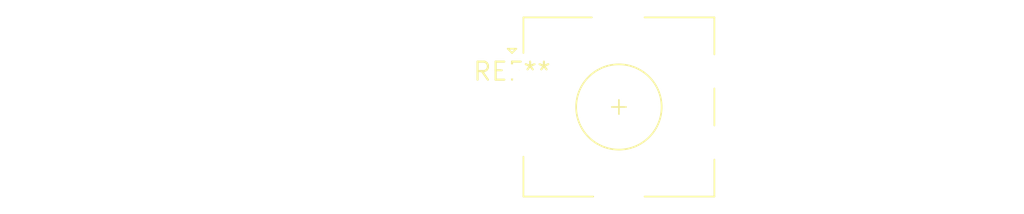
<source format=kicad_pcb>
(kicad_pcb (version 20240108) (generator pcbnew)
  (layers (0 "F.Cu" signal) (31 "B.Cu" signal) (34 "B.Paste" user) (35 "F.Paste" user) (36 "B.SilkS" user "B.Silkscreen") (37 "F.SilkS" user "F.Silkscreen") (38 "B.Mask" user) (39 "F.Mask" user) (44 "Edge.Cuts" user))
  (net 0 "")
  (footprint "RotaryEncoder_Alps_EC12E-Switch_Vertical_H20mm_CircularMountingHoles" (layer "F.Cu") (at 0 0)
    (property "Reference" "REF**")
    (property "Value" "RotaryEncoder_Alps_EC12E-Switch_Vertical_H20mm_CircularMountingHoles")
    (fp_line (start -0.3 -1.6) (end 0.3 -1.6) (layer "F.SilkS") (stroke (width 0.12)))
    (fp_line (start 0 -1.3) (end -0.3 -1.6) (layer "F.SilkS") (stroke (width 0.12)))
    (fp_line (start 0.3 -1.6) (end 0 -1.3) (layer "F.SilkS") (stroke (width 0.12)))
    (fp_line (start 0.8 -3.8) (end 0.8 -1.3) (layer "F.SilkS") (stroke (width 0.12)))
    (fp_line (start 0.8 8.8) (end 0.8 6) (layer "F.SilkS") (stroke (width 0.12)))
    (fp_line (start 5.6 -3.8) (end 0.8 -3.8) (layer "F.SilkS") (stroke (width 0.12)))
    (fp_line (start 5.7 8.8) (end 0.8 8.8) (layer "F.SilkS") (stroke (width 0.12)))
    (fp_line (start 7 2.5) (end 8 2.5) (layer "F.SilkS") (stroke (width 0.12)))
    (fp_line (start 7.5 2) (end 7.5 3) (layer "F.SilkS") (stroke (width 0.12)))
    (fp_line (start 9.3 -3.8) (end 14.2 -3.8) (layer "F.SilkS") (stroke (width 0.12)))
    (fp_line (start 14.2 -3.8) (end 14.2 -1.2) (layer "F.SilkS") (stroke (width 0.12)))
    (fp_line (start 14.2 1.2) (end 14.2 3.8) (layer "F.SilkS") (stroke (width 0.12)))
    (fp_line (start 14.2 6.2) (end 14.2 8.8) (layer "F.SilkS") (stroke (width 0.12)))
    (fp_line (start 14.2 8.8) (end 9.3 8.8) (layer "F.SilkS") (stroke (width 0.12)))
    (fp_circle (center 7.5 2.5) (end 10.5 2.5) (layer "F.SilkS") (stroke (width 0.12)) (fill none))
    (pad "A" thru_hole rect (at 0 0) (size 2 2) (drill 1) (layers *.Cu *.Mask) (remove_unused_layers))
    (pad "B" thru_hole circle (at 0 5) (size 2 2) (drill 1) (layers *.Cu *.Mask) (remove_unused_layers))
    (pad "C" thru_hole circle (at 0 2.5) (size 2 2) (drill 1) (layers *.Cu *.Mask) (remove_unused_layers))
    (pad "MP" thru_hole circle (at 7.5 -3.1) (size 2.8 2.8) (drill 2.2) (layers *.Cu *.Mask) (remove_unused_layers))
    (pad "MP" thru_hole circle (at 7.5 8.1) (size 2.8 2.8) (drill 2.2) (layers *.Cu *.Mask) (remove_unused_layers))
    (pad "S1" thru_hole circle (at 14.5 0) (size 2 2) (drill 1) (layers *.Cu *.Mask) (remove_unused_layers))
    (pad "S2" thru_hole circle (at 14.5 5) (size 2 2) (drill 1) (layers *.Cu *.Mask) (remove_unused_layers))
  )
)
</source>
